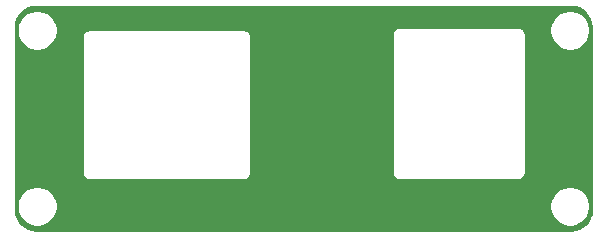
<source format=gtl>
G04 #@! TF.GenerationSoftware,KiCad,Pcbnew,(5.1.10)-1*
G04 #@! TF.CreationDate,2022-01-19T22:44:00+01:00*
G04 #@! TF.ProjectId,ELPanelBack,454c5061-6e65-46c4-9261-636b2e6b6963,3.0*
G04 #@! TF.SameCoordinates,Original*
G04 #@! TF.FileFunction,Copper,L1,Top*
G04 #@! TF.FilePolarity,Positive*
%FSLAX46Y46*%
G04 Gerber Fmt 4.6, Leading zero omitted, Abs format (unit mm)*
G04 Created by KiCad (PCBNEW (5.1.10)-1) date 2022-01-19 22:44:00*
%MOMM*%
%LPD*%
G01*
G04 APERTURE LIST*
G04 #@! TA.AperFunction,NonConductor*
%ADD10C,0.254000*%
G04 #@! TD*
G04 #@! TA.AperFunction,NonConductor*
%ADD11C,0.100000*%
G04 #@! TD*
G04 APERTURE END LIST*
D10*
X179277638Y-88395290D02*
X179592802Y-88490444D01*
X179883481Y-88645000D01*
X180138600Y-88853071D01*
X180348450Y-89106736D01*
X180505030Y-89396323D01*
X180602383Y-89710820D01*
X180640000Y-90068721D01*
X180640001Y-105517712D01*
X180604710Y-105877638D01*
X180509556Y-106192802D01*
X180355000Y-106483481D01*
X180146929Y-106738600D01*
X179893264Y-106948450D01*
X179603673Y-107105032D01*
X179289181Y-107202383D01*
X178931279Y-107240000D01*
X133682278Y-107240000D01*
X133322362Y-107204710D01*
X133007198Y-107109556D01*
X132716519Y-106955000D01*
X132461400Y-106746929D01*
X132251550Y-106493264D01*
X132094968Y-106203673D01*
X131997617Y-105889181D01*
X131960000Y-105531279D01*
X131960000Y-105079117D01*
X132015000Y-105079117D01*
X132015000Y-105420883D01*
X132081675Y-105756081D01*
X132212463Y-106071831D01*
X132402337Y-106355998D01*
X132644002Y-106597663D01*
X132928169Y-106787537D01*
X133243919Y-106918325D01*
X133579117Y-106985000D01*
X133920883Y-106985000D01*
X134256081Y-106918325D01*
X134571831Y-106787537D01*
X134855998Y-106597663D01*
X135097663Y-106355998D01*
X135287537Y-106071831D01*
X135418325Y-105756081D01*
X135485000Y-105420883D01*
X135485000Y-105079117D01*
X177115000Y-105079117D01*
X177115000Y-105420883D01*
X177181675Y-105756081D01*
X177312463Y-106071831D01*
X177502337Y-106355998D01*
X177744002Y-106597663D01*
X178028169Y-106787537D01*
X178343919Y-106918325D01*
X178679117Y-106985000D01*
X179020883Y-106985000D01*
X179356081Y-106918325D01*
X179671831Y-106787537D01*
X179955998Y-106597663D01*
X180197663Y-106355998D01*
X180387537Y-106071831D01*
X180518325Y-105756081D01*
X180585000Y-105420883D01*
X180585000Y-105079117D01*
X180518325Y-104743919D01*
X180387537Y-104428169D01*
X180197663Y-104144002D01*
X179955998Y-103902337D01*
X179671831Y-103712463D01*
X179356081Y-103581675D01*
X179020883Y-103515000D01*
X178679117Y-103515000D01*
X178343919Y-103581675D01*
X178028169Y-103712463D01*
X177744002Y-103902337D01*
X177502337Y-104144002D01*
X177312463Y-104428169D01*
X177181675Y-104743919D01*
X177115000Y-105079117D01*
X135485000Y-105079117D01*
X135418325Y-104743919D01*
X135287537Y-104428169D01*
X135097663Y-104144002D01*
X134855998Y-103902337D01*
X134571831Y-103712463D01*
X134256081Y-103581675D01*
X133920883Y-103515000D01*
X133579117Y-103515000D01*
X133243919Y-103581675D01*
X132928169Y-103712463D01*
X132644002Y-103902337D01*
X132402337Y-104144002D01*
X132212463Y-104428169D01*
X132081675Y-104743919D01*
X132015000Y-105079117D01*
X131960000Y-105079117D01*
X131960000Y-90179117D01*
X132015000Y-90179117D01*
X132015000Y-90520883D01*
X132081675Y-90856081D01*
X132212463Y-91171831D01*
X132402337Y-91455998D01*
X132644002Y-91697663D01*
X132928169Y-91887537D01*
X133243919Y-92018325D01*
X133579117Y-92085000D01*
X133920883Y-92085000D01*
X134256081Y-92018325D01*
X134571831Y-91887537D01*
X134855998Y-91697663D01*
X135097663Y-91455998D01*
X135287537Y-91171831D01*
X135400133Y-90900000D01*
X137536807Y-90900000D01*
X137540001Y-90932429D01*
X137540000Y-102367581D01*
X137536807Y-102400000D01*
X137549550Y-102529383D01*
X137587290Y-102653793D01*
X137648575Y-102768450D01*
X137731052Y-102868948D01*
X137831550Y-102951425D01*
X137946207Y-103012710D01*
X138070617Y-103050450D01*
X138200000Y-103063193D01*
X138232419Y-103060000D01*
X151167581Y-103060000D01*
X151200000Y-103063193D01*
X151232419Y-103060000D01*
X151329383Y-103050450D01*
X151453793Y-103012710D01*
X151568450Y-102951425D01*
X151668948Y-102868948D01*
X151751425Y-102768450D01*
X151812710Y-102653793D01*
X151850450Y-102529383D01*
X151863193Y-102400000D01*
X151860000Y-102367581D01*
X151860000Y-90932419D01*
X151863193Y-90900000D01*
X151850450Y-90770617D01*
X151829029Y-90700000D01*
X163786807Y-90700000D01*
X163790001Y-90732429D01*
X163790000Y-102367581D01*
X163786807Y-102400000D01*
X163799550Y-102529383D01*
X163837290Y-102653793D01*
X163898575Y-102768450D01*
X163981052Y-102868948D01*
X164081550Y-102951425D01*
X164196207Y-103012710D01*
X164320617Y-103050450D01*
X164450000Y-103063193D01*
X164482419Y-103060000D01*
X174417581Y-103060000D01*
X174450000Y-103063193D01*
X174482419Y-103060000D01*
X174579383Y-103050450D01*
X174703793Y-103012710D01*
X174818450Y-102951425D01*
X174918948Y-102868948D01*
X175001425Y-102768450D01*
X175062710Y-102653793D01*
X175100450Y-102529383D01*
X175113193Y-102400000D01*
X175110000Y-102367581D01*
X175110000Y-90732419D01*
X175113193Y-90700000D01*
X175100450Y-90570617D01*
X175062710Y-90446207D01*
X175001425Y-90331550D01*
X174918948Y-90231052D01*
X174855666Y-90179117D01*
X177115000Y-90179117D01*
X177115000Y-90520883D01*
X177181675Y-90856081D01*
X177312463Y-91171831D01*
X177502337Y-91455998D01*
X177744002Y-91697663D01*
X178028169Y-91887537D01*
X178343919Y-92018325D01*
X178679117Y-92085000D01*
X179020883Y-92085000D01*
X179356081Y-92018325D01*
X179671831Y-91887537D01*
X179955998Y-91697663D01*
X180197663Y-91455998D01*
X180387537Y-91171831D01*
X180518325Y-90856081D01*
X180585000Y-90520883D01*
X180585000Y-90179117D01*
X180518325Y-89843919D01*
X180387537Y-89528169D01*
X180197663Y-89244002D01*
X179955998Y-89002337D01*
X179671831Y-88812463D01*
X179356081Y-88681675D01*
X179020883Y-88615000D01*
X178679117Y-88615000D01*
X178343919Y-88681675D01*
X178028169Y-88812463D01*
X177744002Y-89002337D01*
X177502337Y-89244002D01*
X177312463Y-89528169D01*
X177181675Y-89843919D01*
X177115000Y-90179117D01*
X174855666Y-90179117D01*
X174818450Y-90148575D01*
X174703793Y-90087290D01*
X174579383Y-90049550D01*
X174482419Y-90040000D01*
X174450000Y-90036807D01*
X174417581Y-90040000D01*
X164482419Y-90040000D01*
X164450000Y-90036807D01*
X164417581Y-90040000D01*
X164320617Y-90049550D01*
X164196207Y-90087290D01*
X164081550Y-90148575D01*
X163981052Y-90231052D01*
X163898575Y-90331550D01*
X163837290Y-90446207D01*
X163799550Y-90570617D01*
X163786807Y-90700000D01*
X151829029Y-90700000D01*
X151812710Y-90646207D01*
X151751425Y-90531550D01*
X151668948Y-90431052D01*
X151568450Y-90348575D01*
X151453793Y-90287290D01*
X151329383Y-90249550D01*
X151232419Y-90240000D01*
X151200000Y-90236807D01*
X151167581Y-90240000D01*
X138232419Y-90240000D01*
X138200000Y-90236807D01*
X138167581Y-90240000D01*
X138070617Y-90249550D01*
X137946207Y-90287290D01*
X137831550Y-90348575D01*
X137731052Y-90431052D01*
X137648575Y-90531550D01*
X137587290Y-90646207D01*
X137549550Y-90770617D01*
X137536807Y-90900000D01*
X135400133Y-90900000D01*
X135418325Y-90856081D01*
X135485000Y-90520883D01*
X135485000Y-90179117D01*
X135418325Y-89843919D01*
X135287537Y-89528169D01*
X135097663Y-89244002D01*
X134855998Y-89002337D01*
X134571831Y-88812463D01*
X134256081Y-88681675D01*
X133920883Y-88615000D01*
X133579117Y-88615000D01*
X133243919Y-88681675D01*
X132928169Y-88812463D01*
X132644002Y-89002337D01*
X132402337Y-89244002D01*
X132212463Y-89528169D01*
X132081675Y-89843919D01*
X132015000Y-90179117D01*
X131960000Y-90179117D01*
X131960000Y-90082278D01*
X131995290Y-89722362D01*
X132090444Y-89407198D01*
X132245000Y-89116519D01*
X132453071Y-88861400D01*
X132706736Y-88651550D01*
X132996323Y-88494970D01*
X133310820Y-88397617D01*
X133668721Y-88360000D01*
X178917722Y-88360000D01*
X179277638Y-88395290D01*
G04 #@! TA.AperFunction,NonConductor*
D11*
G36*
X179277638Y-88395290D02*
G01*
X179592802Y-88490444D01*
X179883481Y-88645000D01*
X180138600Y-88853071D01*
X180348450Y-89106736D01*
X180505030Y-89396323D01*
X180602383Y-89710820D01*
X180640000Y-90068721D01*
X180640001Y-105517712D01*
X180604710Y-105877638D01*
X180509556Y-106192802D01*
X180355000Y-106483481D01*
X180146929Y-106738600D01*
X179893264Y-106948450D01*
X179603673Y-107105032D01*
X179289181Y-107202383D01*
X178931279Y-107240000D01*
X133682278Y-107240000D01*
X133322362Y-107204710D01*
X133007198Y-107109556D01*
X132716519Y-106955000D01*
X132461400Y-106746929D01*
X132251550Y-106493264D01*
X132094968Y-106203673D01*
X131997617Y-105889181D01*
X131960000Y-105531279D01*
X131960000Y-105079117D01*
X132015000Y-105079117D01*
X132015000Y-105420883D01*
X132081675Y-105756081D01*
X132212463Y-106071831D01*
X132402337Y-106355998D01*
X132644002Y-106597663D01*
X132928169Y-106787537D01*
X133243919Y-106918325D01*
X133579117Y-106985000D01*
X133920883Y-106985000D01*
X134256081Y-106918325D01*
X134571831Y-106787537D01*
X134855998Y-106597663D01*
X135097663Y-106355998D01*
X135287537Y-106071831D01*
X135418325Y-105756081D01*
X135485000Y-105420883D01*
X135485000Y-105079117D01*
X177115000Y-105079117D01*
X177115000Y-105420883D01*
X177181675Y-105756081D01*
X177312463Y-106071831D01*
X177502337Y-106355998D01*
X177744002Y-106597663D01*
X178028169Y-106787537D01*
X178343919Y-106918325D01*
X178679117Y-106985000D01*
X179020883Y-106985000D01*
X179356081Y-106918325D01*
X179671831Y-106787537D01*
X179955998Y-106597663D01*
X180197663Y-106355998D01*
X180387537Y-106071831D01*
X180518325Y-105756081D01*
X180585000Y-105420883D01*
X180585000Y-105079117D01*
X180518325Y-104743919D01*
X180387537Y-104428169D01*
X180197663Y-104144002D01*
X179955998Y-103902337D01*
X179671831Y-103712463D01*
X179356081Y-103581675D01*
X179020883Y-103515000D01*
X178679117Y-103515000D01*
X178343919Y-103581675D01*
X178028169Y-103712463D01*
X177744002Y-103902337D01*
X177502337Y-104144002D01*
X177312463Y-104428169D01*
X177181675Y-104743919D01*
X177115000Y-105079117D01*
X135485000Y-105079117D01*
X135418325Y-104743919D01*
X135287537Y-104428169D01*
X135097663Y-104144002D01*
X134855998Y-103902337D01*
X134571831Y-103712463D01*
X134256081Y-103581675D01*
X133920883Y-103515000D01*
X133579117Y-103515000D01*
X133243919Y-103581675D01*
X132928169Y-103712463D01*
X132644002Y-103902337D01*
X132402337Y-104144002D01*
X132212463Y-104428169D01*
X132081675Y-104743919D01*
X132015000Y-105079117D01*
X131960000Y-105079117D01*
X131960000Y-90179117D01*
X132015000Y-90179117D01*
X132015000Y-90520883D01*
X132081675Y-90856081D01*
X132212463Y-91171831D01*
X132402337Y-91455998D01*
X132644002Y-91697663D01*
X132928169Y-91887537D01*
X133243919Y-92018325D01*
X133579117Y-92085000D01*
X133920883Y-92085000D01*
X134256081Y-92018325D01*
X134571831Y-91887537D01*
X134855998Y-91697663D01*
X135097663Y-91455998D01*
X135287537Y-91171831D01*
X135400133Y-90900000D01*
X137536807Y-90900000D01*
X137540001Y-90932429D01*
X137540000Y-102367581D01*
X137536807Y-102400000D01*
X137549550Y-102529383D01*
X137587290Y-102653793D01*
X137648575Y-102768450D01*
X137731052Y-102868948D01*
X137831550Y-102951425D01*
X137946207Y-103012710D01*
X138070617Y-103050450D01*
X138200000Y-103063193D01*
X138232419Y-103060000D01*
X151167581Y-103060000D01*
X151200000Y-103063193D01*
X151232419Y-103060000D01*
X151329383Y-103050450D01*
X151453793Y-103012710D01*
X151568450Y-102951425D01*
X151668948Y-102868948D01*
X151751425Y-102768450D01*
X151812710Y-102653793D01*
X151850450Y-102529383D01*
X151863193Y-102400000D01*
X151860000Y-102367581D01*
X151860000Y-90932419D01*
X151863193Y-90900000D01*
X151850450Y-90770617D01*
X151829029Y-90700000D01*
X163786807Y-90700000D01*
X163790001Y-90732429D01*
X163790000Y-102367581D01*
X163786807Y-102400000D01*
X163799550Y-102529383D01*
X163837290Y-102653793D01*
X163898575Y-102768450D01*
X163981052Y-102868948D01*
X164081550Y-102951425D01*
X164196207Y-103012710D01*
X164320617Y-103050450D01*
X164450000Y-103063193D01*
X164482419Y-103060000D01*
X174417581Y-103060000D01*
X174450000Y-103063193D01*
X174482419Y-103060000D01*
X174579383Y-103050450D01*
X174703793Y-103012710D01*
X174818450Y-102951425D01*
X174918948Y-102868948D01*
X175001425Y-102768450D01*
X175062710Y-102653793D01*
X175100450Y-102529383D01*
X175113193Y-102400000D01*
X175110000Y-102367581D01*
X175110000Y-90732419D01*
X175113193Y-90700000D01*
X175100450Y-90570617D01*
X175062710Y-90446207D01*
X175001425Y-90331550D01*
X174918948Y-90231052D01*
X174855666Y-90179117D01*
X177115000Y-90179117D01*
X177115000Y-90520883D01*
X177181675Y-90856081D01*
X177312463Y-91171831D01*
X177502337Y-91455998D01*
X177744002Y-91697663D01*
X178028169Y-91887537D01*
X178343919Y-92018325D01*
X178679117Y-92085000D01*
X179020883Y-92085000D01*
X179356081Y-92018325D01*
X179671831Y-91887537D01*
X179955998Y-91697663D01*
X180197663Y-91455998D01*
X180387537Y-91171831D01*
X180518325Y-90856081D01*
X180585000Y-90520883D01*
X180585000Y-90179117D01*
X180518325Y-89843919D01*
X180387537Y-89528169D01*
X180197663Y-89244002D01*
X179955998Y-89002337D01*
X179671831Y-88812463D01*
X179356081Y-88681675D01*
X179020883Y-88615000D01*
X178679117Y-88615000D01*
X178343919Y-88681675D01*
X178028169Y-88812463D01*
X177744002Y-89002337D01*
X177502337Y-89244002D01*
X177312463Y-89528169D01*
X177181675Y-89843919D01*
X177115000Y-90179117D01*
X174855666Y-90179117D01*
X174818450Y-90148575D01*
X174703793Y-90087290D01*
X174579383Y-90049550D01*
X174482419Y-90040000D01*
X174450000Y-90036807D01*
X174417581Y-90040000D01*
X164482419Y-90040000D01*
X164450000Y-90036807D01*
X164417581Y-90040000D01*
X164320617Y-90049550D01*
X164196207Y-90087290D01*
X164081550Y-90148575D01*
X163981052Y-90231052D01*
X163898575Y-90331550D01*
X163837290Y-90446207D01*
X163799550Y-90570617D01*
X163786807Y-90700000D01*
X151829029Y-90700000D01*
X151812710Y-90646207D01*
X151751425Y-90531550D01*
X151668948Y-90431052D01*
X151568450Y-90348575D01*
X151453793Y-90287290D01*
X151329383Y-90249550D01*
X151232419Y-90240000D01*
X151200000Y-90236807D01*
X151167581Y-90240000D01*
X138232419Y-90240000D01*
X138200000Y-90236807D01*
X138167581Y-90240000D01*
X138070617Y-90249550D01*
X137946207Y-90287290D01*
X137831550Y-90348575D01*
X137731052Y-90431052D01*
X137648575Y-90531550D01*
X137587290Y-90646207D01*
X137549550Y-90770617D01*
X137536807Y-90900000D01*
X135400133Y-90900000D01*
X135418325Y-90856081D01*
X135485000Y-90520883D01*
X135485000Y-90179117D01*
X135418325Y-89843919D01*
X135287537Y-89528169D01*
X135097663Y-89244002D01*
X134855998Y-89002337D01*
X134571831Y-88812463D01*
X134256081Y-88681675D01*
X133920883Y-88615000D01*
X133579117Y-88615000D01*
X133243919Y-88681675D01*
X132928169Y-88812463D01*
X132644002Y-89002337D01*
X132402337Y-89244002D01*
X132212463Y-89528169D01*
X132081675Y-89843919D01*
X132015000Y-90179117D01*
X131960000Y-90179117D01*
X131960000Y-90082278D01*
X131995290Y-89722362D01*
X132090444Y-89407198D01*
X132245000Y-89116519D01*
X132453071Y-88861400D01*
X132706736Y-88651550D01*
X132996323Y-88494970D01*
X133310820Y-88397617D01*
X133668721Y-88360000D01*
X178917722Y-88360000D01*
X179277638Y-88395290D01*
G37*
G04 #@! TD.AperFunction*
M02*

</source>
